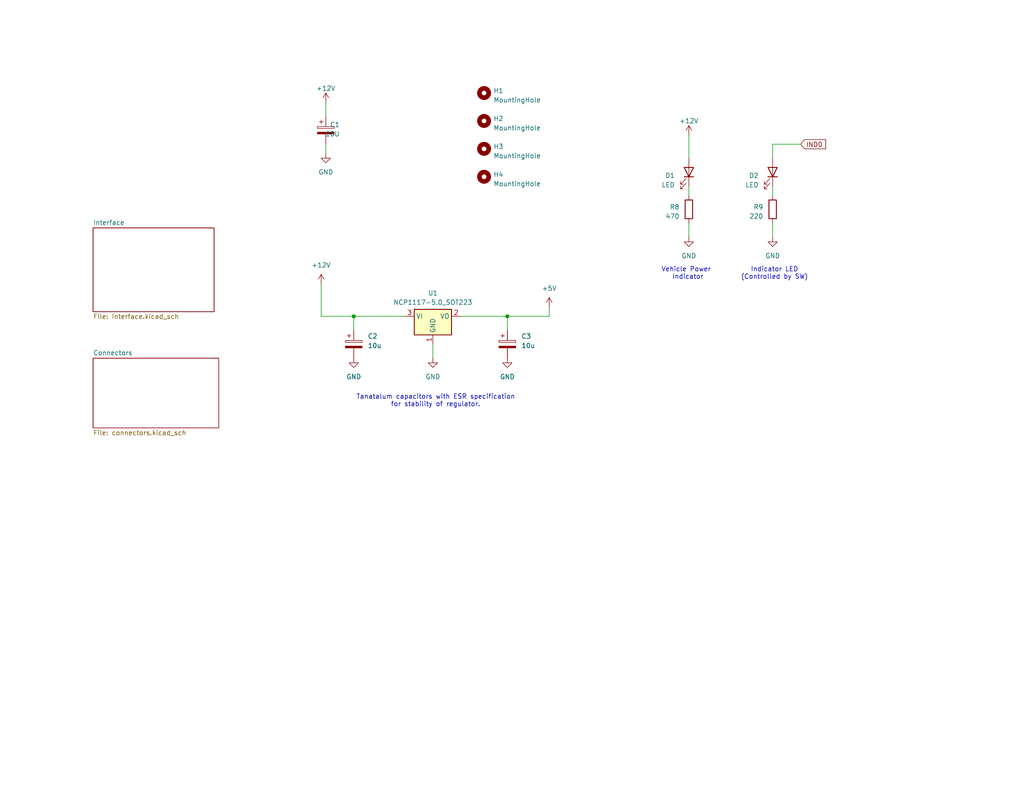
<source format=kicad_sch>
(kicad_sch (version 20231120) (generator "eeschema") (generator_version "8.0")
  (paper "USLetter")
  (title_block (title "ISO9141 Interface Board") (date "2/24/2023") (rev "V2") (company "Copyright (C) Bruce MacKinnon - NOT FOR COMMERCIAL USE"))
  (lib_symbols
    (symbol "Device:C_Polarized" (pin_numbers hide) (pin_names (offset 0.254))
      (property "Reference" "C" (at 0.635 2.54 0))
      (property "Value" "C_Polarized" (at 0.635 -2.54 0))
      (symbol "C_Polarized_0_1"
        (rectangle (start -2.286 0.508) (end 2.286 1.016))
        (polyline (pts (xy -1.778 2.286) (xy -0.762 2.286)))
        (polyline (pts (xy -1.27 2.794) (xy -1.27 1.778)))
        (rectangle (start 2.286 -0.508) (end -2.286 -1.016) (fill (type outline)))
      )
      (symbol "C_Polarized_1_1"
        (pin passive line (at 0 3.81 270) (length 2.794) (name "~") (number "1"))
        (pin passive line (at 0 -3.81 90) (length 2.794) (name "~") (number "2"))
      )
    )
    (symbol "Device:LED" (pin_numbers hide) (pin_names (offset 1.016) hide)
      (property "Reference" "D" (at 0 2.54 0))
      (property "Value" "LED" (at 0 -2.54 0))
      (symbol "LED_0_1"
        (polyline (pts (xy -1.27 -1.27) (xy -1.27 1.27)) (stroke (width 0.254)))
        (polyline (pts (xy -1.27 0) (xy 1.27 0)))
        (polyline (pts (xy 1.27 -1.27) (xy 1.27 1.27) (xy -1.27 0) (xy 1.27 -1.27)) (stroke (width 0.254)))
        (polyline (pts (xy -3.048 -0.762) (xy -4.572 -2.286) (xy -3.81 -2.286) (xy -4.572 -2.286) (xy -4.572 -1.524)))
        (polyline (pts (xy -1.778 -0.762) (xy -3.302 -2.286) (xy -2.54 -2.286) (xy -3.302 -2.286) (xy -3.302 -1.524)))
      )
      (symbol "LED_1_1"
        (pin passive line (at -3.81 0 0) (length 2.54) (name "K") (number "1"))
        (pin passive line (at 3.81 0 180) (length 2.54) (name "A") (number "2"))
      )
    )
    (symbol "Device:R" (pin_numbers hide) (pin_names (offset 0))
      (property "Reference" "R" (at 2.032 0 90))
      (property "Value" "R" (at 0 0 90))
      (symbol "R_0_1"
        (rectangle (start -1.016 -2.54) (end 1.016 2.54) (stroke (width 0.254)))
      )
      (symbol "R_1_1"
        (pin passive line (at 0 3.81 270) (length 1.27) (name "~") (number "1"))
        (pin passive line (at 0 -3.81 90) (length 1.27) (name "~") (number "2"))
      )
    )
    (symbol "Mechanical:MountingHole" (pin_names (offset 1.016)) (exclude_from_sim yes) (in_bom no)
      (property "Reference" "H" (at 0 5.08 0))
      (property "Value" "MountingHole" (at 0 3.175 0))
      (symbol "MountingHole_0_1"
        (circle (center 0 0) (radius 1.27) (stroke (width 1.27)))
      )
    )
    (symbol "Regulator_Linear:NCP1117-5.0_SOT223"
      (property "Reference" "U" (at -3.81 3.175 0))
      (property "Value" "NCP1117-5.0_SOT223" (at 0 3.175 0))
      (symbol "NCP1117-5.0_SOT223_0_1"
        (rectangle (start -5.08 -5.08) (end 5.08 1.905) (stroke (width 0.254)) (fill (type background)))
      )
      (symbol "NCP1117-5.0_SOT223_1_1"
        (pin power_in line (at 0 -7.62 90) (length 2.54) (name "GND") (number "1"))
        (pin power_out line (at 7.62 0 180) (length 2.54) (name "VO") (number "2"))
        (pin power_in line (at -7.62 0 0) (length 2.54) (name "VI") (number "3"))
      )
    )
    (symbol "power:+12V" (power) (pin_numbers hide) (pin_names (offset 0) hide)
      (property "Value" "+12V" (at 0 3.556 0))
      (symbol "+12V_0_1"
        (polyline (pts (xy -0.762 1.27) (xy 0 2.54)))
        (polyline (pts (xy 0 0) (xy 0 2.54)))
        (polyline (pts (xy 0 2.54) (xy 0.762 1.27)))
      )
      (symbol "+12V_1_1"
        (pin power_in line (at 0 0 90) (length 0) (name "~") (number "1"))
      )
    )
    (symbol "power:+5V" (power) (pin_numbers hide) (pin_names (offset 0) hide)
      (property "Value" "+5V" (at 0 3.556 0))
      (symbol "+5V_0_1"
        (polyline (pts (xy -0.762 1.27) (xy 0 2.54)))
        (polyline (pts (xy 0 0) (xy 0 2.54)))
        (polyline (pts (xy 0 2.54) (xy 0.762 1.27)))
      )
      (symbol "+5V_1_1"
        (pin power_in line (at 0 0 90) (length 0) (name "~") (number "1"))
      )
    )
    (symbol "power:GND" (power) (pin_numbers hide) (pin_names (offset 0) hide)
      (property "Value" "GND" (at 0 -3.81 0))
      (symbol "GND_0_1"
        (polyline (pts (xy 0 0) (xy 0 -1.27) (xy 1.27 -1.27) (xy 0 -2.54) (xy -1.27 -1.27) (xy 0 -1.27)))
      )
      (symbol "GND_1_1"
        (pin power_in line (at 0 0 270) (length 0) (name "~") (number "1"))
      )
    )
  )
  (junction (at 96.52 86.36))
  (junction (at 138.43 86.36))
  (wire (pts (xy 96.52 86.36) (xy 96.52 90.17)))
  (wire (pts (xy 210.82 39.37) (xy 210.82 43.18)))
  (wire (pts (xy 187.96 36.83) (xy 187.96 43.18)))
  (wire (pts (xy 88.9 39.37) (xy 88.9 41.91)))
  (wire (pts (xy 210.82 50.8) (xy 210.82 53.34)))
  (wire (pts (xy 210.82 60.96) (xy 210.82 64.77)))
  (wire (pts (xy 118.11 93.98) (xy 118.11 97.79)))
  (wire (pts (xy 187.96 60.96) (xy 187.96 64.77)))
  (wire (pts (xy 138.43 90.17) (xy 138.43 86.36)))
  (wire (pts (xy 87.63 86.36) (xy 96.52 86.36)))
  (wire (pts (xy 218.44 39.37) (xy 210.82 39.37)))
  (wire (pts (xy 125.73 86.36) (xy 138.43 86.36)))
  (wire (pts (xy 88.9 27.94) (xy 88.9 31.75)))
  (wire (pts (xy 87.63 77.47) (xy 87.63 86.36)))
  (wire (pts (xy 96.52 86.36) (xy 110.49 86.36)))
  (wire (pts (xy 187.96 50.8) (xy 187.96 53.34)))
  (wire (pts (xy 138.43 86.36) (xy 149.86 86.36)))
  (wire (pts (xy 149.86 86.36) (xy 149.86 83.82)))
  (text "Tanatalum capacitors with ESR specification\nfor stability of regulator." (at 118.872 109.474 0) (effects (font (size 1.27 1.27))))
  (text "Indicator LED\n(Controlled by SW)" (at 211.328 74.676 0) (effects (font (size 1.27 1.27))))
  (text "Vehicle Power \nIndicator" (at 187.706 74.676 0) (effects (font (size 1.27 1.27))))
  (global_label "IND0" (shape input) (at 218.44 39.37 0) (property "Intersheetrefs" "${INTERSHEET_REFS}" (effects (hide yes))))
  (symbol (lib_id "Device:C_Polarized") (at 138.43 93.98 0) (unit 1)
    (property "Reference" "C3" (at 142.24 91.8209 0) (effects (justify left)))
    (property "Value" "10u" (at 142.24 94.3609 0) (effects (justify left)))
    (property "Footprint" "bruce-footprints:CPOL_0805_2012Metric_Pad1.18x1.45mm_HandSolder" (effects (hide yes)))
    (property "Description" "Polarized capacitor" (effects (hide yes)))
  )
  (symbol (lib_id "Mechanical:MountingHole") (at 132.08 40.64 0) (unit 1)
    (property "Reference" "H3" (at 134.62 40.005 0) (effects (justify left)))
    (property "Value" "MountingHole" (at 134.62 42.545 0) (effects (justify left)))
    (property "Footprint" "MountingHole:MountingHole_4.3mm_M4" (effects (hide yes)))
    (property "Description" "Mounting Hole without connection" (effects (hide yes)))
  )
  (symbol (lib_id "power:+12V") (at 88.9 27.94 0) (unit 1)
    (property "Reference" "#PWR010" (effects (hide yes)))
    (property "Value" "+12V" (at 88.9 24.13 0))
    (property "Description" "Power symbol creates a global label with name \"+12V\"" (effects (hide yes)))
  )
  (symbol (lib_id "Regulator_Linear:NCP1117-5.0_SOT223") (at 118.11 86.36 0) (unit 1)
    (property "Reference" "U1" (at 118.11 80.01 0))
    (property "Value" "NCP1117-5.0_SOT223" (at 118.11 82.55 0))
    (property "Footprint" "Package_TO_SOT_SMD:SOT-223-3_TabPin2" (effects (hide yes)))
    (property "Datasheet" "http://www.onsemi.com/pub_link/Collateral/NCP1117-D.PDF" (effects (hide yes)))
    (property "Description" "1A Low drop-out regulator, Fixed Output 5V, SOT-223" (effects (hide yes)))
  )
  (symbol (lib_id "power:GND") (at 118.11 97.79 0) (unit 1)
    (property "Reference" "#PWR016" (effects (hide yes)))
    (property "Value" "GND" (at 118.11 102.87 0))
    (property "Description" "Power symbol creates a global label with name \"GND\" , ground" (effects (hide yes)))
  )
  (symbol (lib_id "power:GND") (at 187.96 64.77 0) (mirror y) (unit 1)
    (property "Reference" "#PWR012" (effects (hide yes)))
    (property "Value" "GND" (at 187.96 69.85 0))
    (property "Description" "Power symbol creates a global label with name \"GND\" , ground" (effects (hide yes)))
  )
  (symbol (lib_id "Device:C_Polarized") (at 96.52 93.98 0) (unit 1)
    (property "Reference" "C2" (at 100.33 91.8209 0) (effects (justify left)))
    (property "Value" "10u" (at 100.33 94.3609 0) (effects (justify left)))
    (property "Footprint" "bruce-footprints:CPOL_0805_2012Metric_Pad1.18x1.45mm_HandSolder" (effects (hide yes)))
    (property "Description" "Polarized capacitor" (effects (hide yes)))
  )
  (symbol (lib_id "Mechanical:MountingHole") (at 132.08 48.26 0) (unit 1)
    (property "Reference" "H4" (at 134.62 47.625 0) (effects (justify left)))
    (property "Value" "MountingHole" (at 134.62 50.165 0) (effects (justify left)))
    (property "Footprint" "MountingHole:MountingHole_4.3mm_M4" (effects (hide yes)))
    (property "Description" "Mounting Hole without connection" (effects (hide yes)))
  )
  (symbol (lib_id "Mechanical:MountingHole") (at 132.08 25.4 0) (unit 1)
    (property "Reference" "H1" (at 134.62 24.765 0) (effects (justify left)))
    (property "Value" "MountingHole" (at 134.62 27.305 0) (effects (justify left)))
    (property "Footprint" "MountingHole:MountingHole_4.3mm_M4" (effects (hide yes)))
    (property "Description" "Mounting Hole without connection" (effects (hide yes)))
  )
  (symbol (lib_id "Device:C_Polarized") (at 88.9 35.56 0) (unit 1)
    (property "Reference" "C1" (at 92.71 34.036 0) (effects (justify right)))
    (property "Value" "10U" (at 92.71 36.576 0) (effects (justify right)))
    (property "Footprint" "bruce-footprints:CPOL_0805_2012Metric_Pad1.18x1.45mm_HandSolder" (effects (hide yes)))
    (property "Description" "Polarized capacitor" (effects (hide yes)))
  )
  (symbol (lib_id "Device:LED") (at 187.96 46.99 270) (mirror x) (unit 1)
    (property "Reference" "D1" (at 184.15 47.9425 90) (effects (justify right)))
    (property "Value" "LED" (at 184.15 50.4825 90) (effects (justify right)))
    (property "Footprint" "LED_SMD:LED_0805_2012Metric_Pad1.15x1.40mm_HandSolder" (effects (hide yes)))
    (property "Description" "Light emitting diode" (effects (hide yes)))
  )
  (symbol (lib_id "power:+12V") (at 187.96 36.83 0) (mirror y) (unit 1)
    (property "Reference" "#PWR013" (effects (hide yes)))
    (property "Value" "+12V" (at 187.96 33.02 0))
    (property "Description" "Power symbol creates a global label with name \"+12V\"" (effects (hide yes)))
  )
  (symbol (lib_id "power:GND") (at 138.43 97.79 0) (unit 1)
    (property "Reference" "#PWR015" (effects (hide yes)))
    (property "Value" "GND" (at 138.43 102.87 0))
    (property "Description" "Power symbol creates a global label with name \"GND\" , ground" (effects (hide yes)))
  )
  (symbol (lib_id "Device:R") (at 187.96 57.15 0) (mirror y) (unit 1)
    (property "Reference" "R8" (at 185.42 56.515 0) (effects (justify left)))
    (property "Value" "470" (at 185.42 59.055 0) (effects (justify left)))
    (property "Footprint" "Resistor_SMD:R_0805_2012Metric_Pad1.20x1.40mm_HandSolder" (effects (hide yes)))
    (property "Description" "Resistor" (effects (hide yes)))
  )
  (symbol (lib_id "Device:R") (at 210.82 57.15 0) (mirror y) (unit 1)
    (property "Reference" "R9" (at 208.28 56.515 0) (effects (justify left)))
    (property "Value" "220" (at 208.28 59.055 0) (effects (justify left)))
    (property "Footprint" "Resistor_SMD:R_0805_2012Metric_Pad1.20x1.40mm_HandSolder" (effects (hide yes)))
    (property "Description" "Resistor" (effects (hide yes)))
  )
  (symbol (lib_id "power:GND") (at 210.82 64.77 0) (mirror y) (unit 1)
    (property "Reference" "#PWR020" (effects (hide yes)))
    (property "Value" "GND" (at 210.82 69.85 0))
    (property "Description" "Power symbol creates a global label with name \"GND\" , ground" (effects (hide yes)))
  )
  (symbol (lib_id "power:+12V") (at 87.63 77.47 0) (unit 1)
    (property "Reference" "#PWR017" (effects (hide yes)))
    (property "Value" "+12V" (at 87.63 72.39 0))
    (property "Description" "Power symbol creates a global label with name \"+12V\"" (effects (hide yes)))
  )
  (symbol (lib_id "Device:LED") (at 210.82 46.99 270) (mirror x) (unit 1)
    (property "Reference" "D2" (at 207.01 47.9425 90) (effects (justify right)))
    (property "Value" "LED" (at 207.01 50.4825 90) (effects (justify right)))
    (property "Footprint" "LED_SMD:LED_0805_2012Metric_Pad1.15x1.40mm_HandSolder" (effects (hide yes)))
    (property "Description" "Light emitting diode" (effects (hide yes)))
  )
  (symbol (lib_id "power:+5V") (at 149.86 83.82 0) (unit 1)
    (property "Reference" "#PWR018" (effects (hide yes)))
    (property "Value" "+5V" (at 149.86 78.74 0))
    (property "Description" "Power symbol creates a global label with name \"+5V\"" (effects (hide yes)))
  )
  (symbol (lib_id "Mechanical:MountingHole") (at 132.08 33.02 0) (unit 1)
    (property "Reference" "H2" (at 134.62 32.385 0) (effects (justify left)))
    (property "Value" "MountingHole" (at 134.62 34.925 0) (effects (justify left)))
    (property "Footprint" "MountingHole:MountingHole_4.3mm_M4" (effects (hide yes)))
    (property "Description" "Mounting Hole without connection" (effects (hide yes)))
  )
  (symbol (lib_id "power:GND") (at 88.9 41.91 0) (unit 1)
    (property "Reference" "#PWR011" (effects (hide yes)))
    (property "Value" "GND" (at 88.9 46.99 0))
    (property "Description" "Power symbol creates a global label with name \"GND\" , ground" (effects (hide yes)))
  )
  (symbol (lib_id "power:GND") (at 96.52 97.79 0) (unit 1)
    (property "Reference" "#PWR014" (effects (hide yes)))
    (property "Value" "GND" (at 96.52 102.87 0))
    (property "Description" "Power symbol creates a global label with name \"GND\" , ground" (effects (hide yes)))
  )
  (sheet (at 25.4 97.79) (size 34.29 19.05) (stroke (width 0.1524))
    (property "Sheetname" "Connectors" (at 25.4 97.0784 0) (effects (justify left bottom)))
    (property "Sheetfile" "connectors.kicad_sch" (at 25.4 117.4246 0) (effects (justify left top)))
  )
  (sheet (at 25.4 62.23) (size 33.02 22.86) (stroke (width 0.1524))
    (property "Sheetname" "Interface" (at 25.4 61.5184 0) (effects (justify left bottom)))
    (property "Sheetfile" "interface.kicad_sch" (at 25.4 85.6746 0) (effects (justify left top)))
  )
)
</source>
